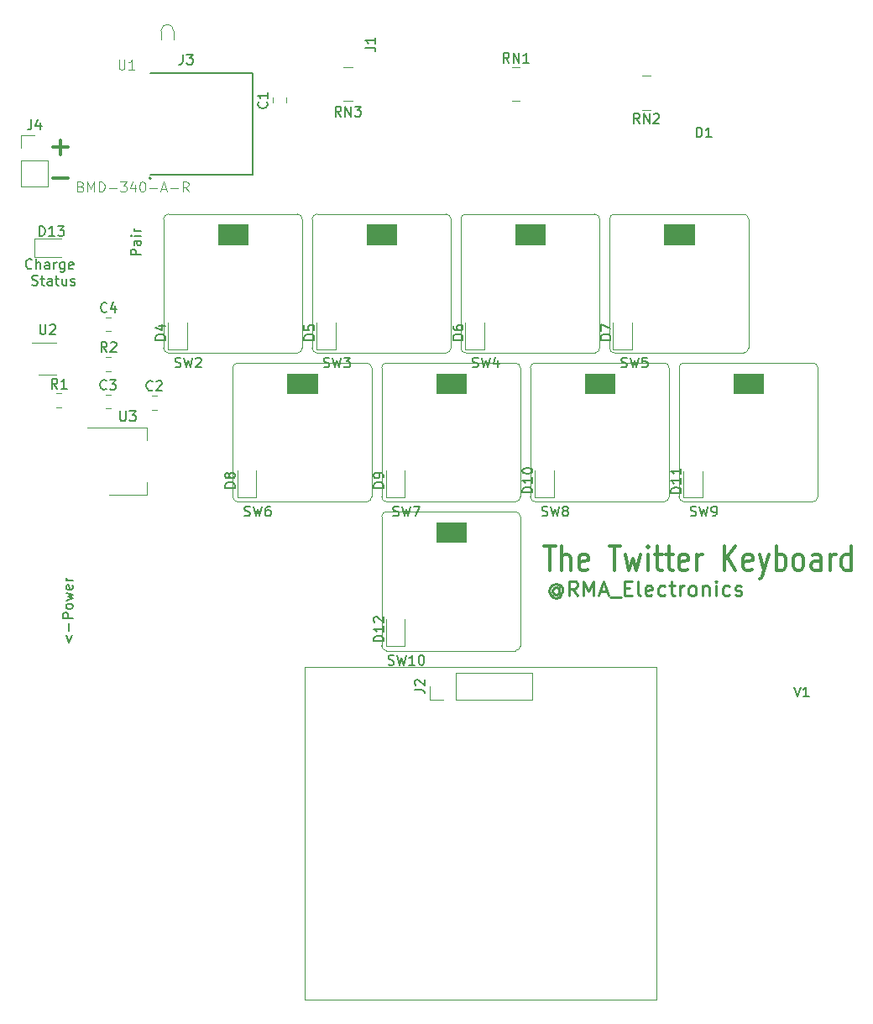
<source format=gbr>
G04 #@! TF.GenerationSoftware,KiCad,Pcbnew,5.1.5*
G04 #@! TF.CreationDate,2020-06-22T22:24:33-05:00*
G04 #@! TF.ProjectId,TwitterKeyboard,54776974-7465-4724-9b65-79626f617264,rev?*
G04 #@! TF.SameCoordinates,Original*
G04 #@! TF.FileFunction,Legend,Top*
G04 #@! TF.FilePolarity,Positive*
%FSLAX46Y46*%
G04 Gerber Fmt 4.6, Leading zero omitted, Abs format (unit mm)*
G04 Created by KiCad (PCBNEW 5.1.5) date 2020-06-22 22:24:33*
%MOMM*%
%LPD*%
G04 APERTURE LIST*
%ADD10C,0.150000*%
%ADD11C,0.300000*%
%ADD12C,0.250000*%
%ADD13C,0.120000*%
%ADD14C,0.050000*%
%ADD15C,0.100000*%
%ADD16C,0.127000*%
%ADD17C,0.200000*%
G04 APERTURE END LIST*
D10*
X89033333Y-65332142D02*
X88985714Y-65379761D01*
X88842857Y-65427380D01*
X88747619Y-65427380D01*
X88604761Y-65379761D01*
X88509523Y-65284523D01*
X88461904Y-65189285D01*
X88414285Y-64998809D01*
X88414285Y-64855952D01*
X88461904Y-64665476D01*
X88509523Y-64570238D01*
X88604761Y-64475000D01*
X88747619Y-64427380D01*
X88842857Y-64427380D01*
X88985714Y-64475000D01*
X89033333Y-64522619D01*
X89461904Y-65427380D02*
X89461904Y-64427380D01*
X89890476Y-65427380D02*
X89890476Y-64903571D01*
X89842857Y-64808333D01*
X89747619Y-64760714D01*
X89604761Y-64760714D01*
X89509523Y-64808333D01*
X89461904Y-64855952D01*
X90795238Y-65427380D02*
X90795238Y-64903571D01*
X90747619Y-64808333D01*
X90652380Y-64760714D01*
X90461904Y-64760714D01*
X90366666Y-64808333D01*
X90795238Y-65379761D02*
X90700000Y-65427380D01*
X90461904Y-65427380D01*
X90366666Y-65379761D01*
X90319047Y-65284523D01*
X90319047Y-65189285D01*
X90366666Y-65094047D01*
X90461904Y-65046428D01*
X90700000Y-65046428D01*
X90795238Y-64998809D01*
X91271428Y-65427380D02*
X91271428Y-64760714D01*
X91271428Y-64951190D02*
X91319047Y-64855952D01*
X91366666Y-64808333D01*
X91461904Y-64760714D01*
X91557142Y-64760714D01*
X92319047Y-64760714D02*
X92319047Y-65570238D01*
X92271428Y-65665476D01*
X92223809Y-65713095D01*
X92128571Y-65760714D01*
X91985714Y-65760714D01*
X91890476Y-65713095D01*
X92319047Y-65379761D02*
X92223809Y-65427380D01*
X92033333Y-65427380D01*
X91938095Y-65379761D01*
X91890476Y-65332142D01*
X91842857Y-65236904D01*
X91842857Y-64951190D01*
X91890476Y-64855952D01*
X91938095Y-64808333D01*
X92033333Y-64760714D01*
X92223809Y-64760714D01*
X92319047Y-64808333D01*
X93176190Y-65379761D02*
X93080952Y-65427380D01*
X92890476Y-65427380D01*
X92795238Y-65379761D01*
X92747619Y-65284523D01*
X92747619Y-64903571D01*
X92795238Y-64808333D01*
X92890476Y-64760714D01*
X93080952Y-64760714D01*
X93176190Y-64808333D01*
X93223809Y-64903571D01*
X93223809Y-64998809D01*
X92747619Y-65094047D01*
X89033333Y-67029761D02*
X89176190Y-67077380D01*
X89414285Y-67077380D01*
X89509523Y-67029761D01*
X89557142Y-66982142D01*
X89604761Y-66886904D01*
X89604761Y-66791666D01*
X89557142Y-66696428D01*
X89509523Y-66648809D01*
X89414285Y-66601190D01*
X89223809Y-66553571D01*
X89128571Y-66505952D01*
X89080952Y-66458333D01*
X89033333Y-66363095D01*
X89033333Y-66267857D01*
X89080952Y-66172619D01*
X89128571Y-66125000D01*
X89223809Y-66077380D01*
X89461904Y-66077380D01*
X89604761Y-66125000D01*
X89890476Y-66410714D02*
X90271428Y-66410714D01*
X90033333Y-66077380D02*
X90033333Y-66934523D01*
X90080952Y-67029761D01*
X90176190Y-67077380D01*
X90271428Y-67077380D01*
X91033333Y-67077380D02*
X91033333Y-66553571D01*
X90985714Y-66458333D01*
X90890476Y-66410714D01*
X90700000Y-66410714D01*
X90604761Y-66458333D01*
X91033333Y-67029761D02*
X90938095Y-67077380D01*
X90700000Y-67077380D01*
X90604761Y-67029761D01*
X90557142Y-66934523D01*
X90557142Y-66839285D01*
X90604761Y-66744047D01*
X90700000Y-66696428D01*
X90938095Y-66696428D01*
X91033333Y-66648809D01*
X91366666Y-66410714D02*
X91747619Y-66410714D01*
X91509523Y-66077380D02*
X91509523Y-66934523D01*
X91557142Y-67029761D01*
X91652380Y-67077380D01*
X91747619Y-67077380D01*
X92509523Y-66410714D02*
X92509523Y-67077380D01*
X92080952Y-66410714D02*
X92080952Y-66934523D01*
X92128571Y-67029761D01*
X92223809Y-67077380D01*
X92366666Y-67077380D01*
X92461904Y-67029761D01*
X92509523Y-66982142D01*
X92938095Y-67029761D02*
X93033333Y-67077380D01*
X93223809Y-67077380D01*
X93319047Y-67029761D01*
X93366666Y-66934523D01*
X93366666Y-66886904D01*
X93319047Y-66791666D01*
X93223809Y-66744047D01*
X93080952Y-66744047D01*
X92985714Y-66696428D01*
X92938095Y-66601190D01*
X92938095Y-66553571D01*
X92985714Y-66458333D01*
X93080952Y-66410714D01*
X93223809Y-66410714D01*
X93319047Y-66458333D01*
D11*
X91138095Y-53160714D02*
X92661904Y-53160714D01*
X91900000Y-53884523D02*
X91900000Y-52436904D01*
X91138095Y-56310714D02*
X92661904Y-56310714D01*
D10*
X165890476Y-107552380D02*
X166223809Y-108552380D01*
X166557142Y-107552380D01*
X167414285Y-108552380D02*
X166842857Y-108552380D01*
X167128571Y-108552380D02*
X167128571Y-107552380D01*
X167033333Y-107695238D01*
X166938095Y-107790476D01*
X166842857Y-107838095D01*
D12*
X142185714Y-97664285D02*
X142114285Y-97592857D01*
X141971428Y-97521428D01*
X141828571Y-97521428D01*
X141685714Y-97592857D01*
X141614285Y-97664285D01*
X141542857Y-97807142D01*
X141542857Y-97950000D01*
X141614285Y-98092857D01*
X141685714Y-98164285D01*
X141828571Y-98235714D01*
X141971428Y-98235714D01*
X142114285Y-98164285D01*
X142185714Y-98092857D01*
X142185714Y-97521428D02*
X142185714Y-98092857D01*
X142257142Y-98164285D01*
X142328571Y-98164285D01*
X142471428Y-98092857D01*
X142542857Y-97950000D01*
X142542857Y-97592857D01*
X142400000Y-97378571D01*
X142185714Y-97235714D01*
X141900000Y-97164285D01*
X141614285Y-97235714D01*
X141400000Y-97378571D01*
X141257142Y-97592857D01*
X141185714Y-97878571D01*
X141257142Y-98164285D01*
X141400000Y-98378571D01*
X141614285Y-98521428D01*
X141900000Y-98592857D01*
X142185714Y-98521428D01*
X142400000Y-98378571D01*
X144042857Y-98378571D02*
X143542857Y-97664285D01*
X143185714Y-98378571D02*
X143185714Y-96878571D01*
X143757142Y-96878571D01*
X143900000Y-96950000D01*
X143971428Y-97021428D01*
X144042857Y-97164285D01*
X144042857Y-97378571D01*
X143971428Y-97521428D01*
X143900000Y-97592857D01*
X143757142Y-97664285D01*
X143185714Y-97664285D01*
X144685714Y-98378571D02*
X144685714Y-96878571D01*
X145185714Y-97950000D01*
X145685714Y-96878571D01*
X145685714Y-98378571D01*
X146328571Y-97950000D02*
X147042857Y-97950000D01*
X146185714Y-98378571D02*
X146685714Y-96878571D01*
X147185714Y-98378571D01*
X147328571Y-98521428D02*
X148471428Y-98521428D01*
X148828571Y-97592857D02*
X149328571Y-97592857D01*
X149542857Y-98378571D02*
X148828571Y-98378571D01*
X148828571Y-96878571D01*
X149542857Y-96878571D01*
X150400000Y-98378571D02*
X150257142Y-98307142D01*
X150185714Y-98164285D01*
X150185714Y-96878571D01*
X151542857Y-98307142D02*
X151400000Y-98378571D01*
X151114285Y-98378571D01*
X150971428Y-98307142D01*
X150900000Y-98164285D01*
X150900000Y-97592857D01*
X150971428Y-97450000D01*
X151114285Y-97378571D01*
X151400000Y-97378571D01*
X151542857Y-97450000D01*
X151614285Y-97592857D01*
X151614285Y-97735714D01*
X150900000Y-97878571D01*
X152900000Y-98307142D02*
X152757142Y-98378571D01*
X152471428Y-98378571D01*
X152328571Y-98307142D01*
X152257142Y-98235714D01*
X152185714Y-98092857D01*
X152185714Y-97664285D01*
X152257142Y-97521428D01*
X152328571Y-97450000D01*
X152471428Y-97378571D01*
X152757142Y-97378571D01*
X152900000Y-97450000D01*
X153328571Y-97378571D02*
X153900000Y-97378571D01*
X153542857Y-96878571D02*
X153542857Y-98164285D01*
X153614285Y-98307142D01*
X153757142Y-98378571D01*
X153900000Y-98378571D01*
X154400000Y-98378571D02*
X154400000Y-97378571D01*
X154400000Y-97664285D02*
X154471428Y-97521428D01*
X154542857Y-97450000D01*
X154685714Y-97378571D01*
X154828571Y-97378571D01*
X155542857Y-98378571D02*
X155400000Y-98307142D01*
X155328571Y-98235714D01*
X155257142Y-98092857D01*
X155257142Y-97664285D01*
X155328571Y-97521428D01*
X155400000Y-97450000D01*
X155542857Y-97378571D01*
X155757142Y-97378571D01*
X155900000Y-97450000D01*
X155971428Y-97521428D01*
X156042857Y-97664285D01*
X156042857Y-98092857D01*
X155971428Y-98235714D01*
X155900000Y-98307142D01*
X155757142Y-98378571D01*
X155542857Y-98378571D01*
X156685714Y-97378571D02*
X156685714Y-98378571D01*
X156685714Y-97521428D02*
X156757142Y-97450000D01*
X156900000Y-97378571D01*
X157114285Y-97378571D01*
X157257142Y-97450000D01*
X157328571Y-97592857D01*
X157328571Y-98378571D01*
X158042857Y-98378571D02*
X158042857Y-97378571D01*
X158042857Y-96878571D02*
X157971428Y-96950000D01*
X158042857Y-97021428D01*
X158114285Y-96950000D01*
X158042857Y-96878571D01*
X158042857Y-97021428D01*
X159400000Y-98307142D02*
X159257142Y-98378571D01*
X158971428Y-98378571D01*
X158828571Y-98307142D01*
X158757142Y-98235714D01*
X158685714Y-98092857D01*
X158685714Y-97664285D01*
X158757142Y-97521428D01*
X158828571Y-97450000D01*
X158971428Y-97378571D01*
X159257142Y-97378571D01*
X159400000Y-97450000D01*
X159971428Y-98307142D02*
X160114285Y-98378571D01*
X160400000Y-98378571D01*
X160542857Y-98307142D01*
X160614285Y-98164285D01*
X160614285Y-98092857D01*
X160542857Y-97950000D01*
X160400000Y-97878571D01*
X160185714Y-97878571D01*
X160042857Y-97807142D01*
X159971428Y-97664285D01*
X159971428Y-97592857D01*
X160042857Y-97450000D01*
X160185714Y-97378571D01*
X160400000Y-97378571D01*
X160542857Y-97450000D01*
D11*
X140680952Y-93330952D02*
X141823809Y-93330952D01*
X141252380Y-95830952D02*
X141252380Y-93330952D01*
X142490476Y-95830952D02*
X142490476Y-93330952D01*
X143347619Y-95830952D02*
X143347619Y-94521428D01*
X143252380Y-94283333D01*
X143061904Y-94164285D01*
X142776190Y-94164285D01*
X142585714Y-94283333D01*
X142490476Y-94402380D01*
X145061904Y-95711904D02*
X144871428Y-95830952D01*
X144490476Y-95830952D01*
X144300000Y-95711904D01*
X144204761Y-95473809D01*
X144204761Y-94521428D01*
X144300000Y-94283333D01*
X144490476Y-94164285D01*
X144871428Y-94164285D01*
X145061904Y-94283333D01*
X145157142Y-94521428D01*
X145157142Y-94759523D01*
X144204761Y-94997619D01*
X147252380Y-93330952D02*
X148395238Y-93330952D01*
X147823809Y-95830952D02*
X147823809Y-93330952D01*
X148871428Y-94164285D02*
X149252380Y-95830952D01*
X149633333Y-94640476D01*
X150014285Y-95830952D01*
X150395238Y-94164285D01*
X151157142Y-95830952D02*
X151157142Y-94164285D01*
X151157142Y-93330952D02*
X151061904Y-93450000D01*
X151157142Y-93569047D01*
X151252380Y-93450000D01*
X151157142Y-93330952D01*
X151157142Y-93569047D01*
X151823809Y-94164285D02*
X152585714Y-94164285D01*
X152109523Y-93330952D02*
X152109523Y-95473809D01*
X152204761Y-95711904D01*
X152395238Y-95830952D01*
X152585714Y-95830952D01*
X152966666Y-94164285D02*
X153728571Y-94164285D01*
X153252380Y-93330952D02*
X153252380Y-95473809D01*
X153347619Y-95711904D01*
X153538095Y-95830952D01*
X153728571Y-95830952D01*
X155157142Y-95711904D02*
X154966666Y-95830952D01*
X154585714Y-95830952D01*
X154395238Y-95711904D01*
X154300000Y-95473809D01*
X154300000Y-94521428D01*
X154395238Y-94283333D01*
X154585714Y-94164285D01*
X154966666Y-94164285D01*
X155157142Y-94283333D01*
X155252380Y-94521428D01*
X155252380Y-94759523D01*
X154300000Y-94997619D01*
X156109523Y-95830952D02*
X156109523Y-94164285D01*
X156109523Y-94640476D02*
X156204761Y-94402380D01*
X156300000Y-94283333D01*
X156490476Y-94164285D01*
X156680952Y-94164285D01*
X158871428Y-95830952D02*
X158871428Y-93330952D01*
X160014285Y-95830952D02*
X159157142Y-94402380D01*
X160014285Y-93330952D02*
X158871428Y-94759523D01*
X161633333Y-95711904D02*
X161442857Y-95830952D01*
X161061904Y-95830952D01*
X160871428Y-95711904D01*
X160776190Y-95473809D01*
X160776190Y-94521428D01*
X160871428Y-94283333D01*
X161061904Y-94164285D01*
X161442857Y-94164285D01*
X161633333Y-94283333D01*
X161728571Y-94521428D01*
X161728571Y-94759523D01*
X160776190Y-94997619D01*
X162395238Y-94164285D02*
X162871428Y-95830952D01*
X163347619Y-94164285D02*
X162871428Y-95830952D01*
X162680952Y-96426190D01*
X162585714Y-96545238D01*
X162395238Y-96664285D01*
X164109523Y-95830952D02*
X164109523Y-93330952D01*
X164109523Y-94283333D02*
X164300000Y-94164285D01*
X164680952Y-94164285D01*
X164871428Y-94283333D01*
X164966666Y-94402380D01*
X165061904Y-94640476D01*
X165061904Y-95354761D01*
X164966666Y-95592857D01*
X164871428Y-95711904D01*
X164680952Y-95830952D01*
X164300000Y-95830952D01*
X164109523Y-95711904D01*
X166204761Y-95830952D02*
X166014285Y-95711904D01*
X165919047Y-95592857D01*
X165823809Y-95354761D01*
X165823809Y-94640476D01*
X165919047Y-94402380D01*
X166014285Y-94283333D01*
X166204761Y-94164285D01*
X166490476Y-94164285D01*
X166680952Y-94283333D01*
X166776190Y-94402380D01*
X166871428Y-94640476D01*
X166871428Y-95354761D01*
X166776190Y-95592857D01*
X166680952Y-95711904D01*
X166490476Y-95830952D01*
X166204761Y-95830952D01*
X168585714Y-95830952D02*
X168585714Y-94521428D01*
X168490476Y-94283333D01*
X168300000Y-94164285D01*
X167919047Y-94164285D01*
X167728571Y-94283333D01*
X168585714Y-95711904D02*
X168395238Y-95830952D01*
X167919047Y-95830952D01*
X167728571Y-95711904D01*
X167633333Y-95473809D01*
X167633333Y-95235714D01*
X167728571Y-94997619D01*
X167919047Y-94878571D01*
X168395238Y-94878571D01*
X168585714Y-94759523D01*
X169538095Y-95830952D02*
X169538095Y-94164285D01*
X169538095Y-94640476D02*
X169633333Y-94402380D01*
X169728571Y-94283333D01*
X169919047Y-94164285D01*
X170109523Y-94164285D01*
X171633333Y-95830952D02*
X171633333Y-93330952D01*
X171633333Y-95711904D02*
X171442857Y-95830952D01*
X171061904Y-95830952D01*
X170871428Y-95711904D01*
X170776190Y-95592857D01*
X170680952Y-95354761D01*
X170680952Y-94640476D01*
X170776190Y-94402380D01*
X170871428Y-94283333D01*
X171061904Y-94164285D01*
X171442857Y-94164285D01*
X171633333Y-94283333D01*
D13*
X114710000Y-48696078D02*
X114710000Y-48178922D01*
X113290000Y-48696078D02*
X113290000Y-48178922D01*
X101103922Y-78190000D02*
X101621078Y-78190000D01*
X101103922Y-79610000D02*
X101621078Y-79610000D01*
X96441422Y-78090000D02*
X96958578Y-78090000D01*
X96441422Y-79510000D02*
X96958578Y-79510000D01*
X96503922Y-71710000D02*
X97021078Y-71710000D01*
X96503922Y-70290000D02*
X97021078Y-70290000D01*
X102740000Y-70837500D02*
X102740000Y-73522500D01*
X102740000Y-73522500D02*
X104660000Y-73522500D01*
X104660000Y-73522500D02*
X104660000Y-70837500D01*
X119660000Y-73522500D02*
X119660000Y-70837500D01*
X117740000Y-73522500D02*
X119660000Y-73522500D01*
X117740000Y-70837500D02*
X117740000Y-73522500D01*
X132740000Y-70837500D02*
X132740000Y-73522500D01*
X132740000Y-73522500D02*
X134660000Y-73522500D01*
X134660000Y-73522500D02*
X134660000Y-70837500D01*
X149560000Y-73522500D02*
X149560000Y-70837500D01*
X147640000Y-73522500D02*
X149560000Y-73522500D01*
X147640000Y-70837500D02*
X147640000Y-73522500D01*
X109740000Y-85737500D02*
X109740000Y-88422500D01*
X109740000Y-88422500D02*
X111660000Y-88422500D01*
X111660000Y-88422500D02*
X111660000Y-85737500D01*
X124740000Y-85737500D02*
X124740000Y-88422500D01*
X124740000Y-88422500D02*
X126660000Y-88422500D01*
X126660000Y-88422500D02*
X126660000Y-85737500D01*
X139740000Y-85762500D02*
X139740000Y-88447500D01*
X139740000Y-88447500D02*
X141660000Y-88447500D01*
X141660000Y-88447500D02*
X141660000Y-85762500D01*
X156660000Y-88485000D02*
X156660000Y-85800000D01*
X154740000Y-88485000D02*
X156660000Y-88485000D01*
X154740000Y-85800000D02*
X154740000Y-88485000D01*
X126660000Y-103422500D02*
X126660000Y-100737500D01*
X124740000Y-103422500D02*
X126660000Y-103422500D01*
X124740000Y-100737500D02*
X124740000Y-103422500D01*
X92000000Y-62340000D02*
X89315000Y-62340000D01*
X89315000Y-62340000D02*
X89315000Y-64260000D01*
X89315000Y-64260000D02*
X92000000Y-64260000D01*
X139470000Y-108830000D02*
X139470000Y-106170000D01*
X131790000Y-108830000D02*
X139470000Y-108830000D01*
X131790000Y-106170000D02*
X139470000Y-106170000D01*
X131790000Y-108830000D02*
X131790000Y-106170000D01*
X130520000Y-108830000D02*
X129190000Y-108830000D01*
X129190000Y-108830000D02*
X129190000Y-107500000D01*
D14*
X116520000Y-105550000D02*
X152020000Y-105550000D01*
X152020000Y-105550000D02*
X152020000Y-139050000D01*
X116520000Y-105550000D02*
X116520000Y-139050000D01*
X116520000Y-139050000D02*
X152020000Y-139050000D01*
D13*
X87970000Y-51930000D02*
X89300000Y-51930000D01*
X87970000Y-53260000D02*
X87970000Y-51930000D01*
X87970000Y-54530000D02*
X90630000Y-54530000D01*
X90630000Y-54530000D02*
X90630000Y-57130000D01*
X87970000Y-54530000D02*
X87970000Y-57130000D01*
X87970000Y-57130000D02*
X90630000Y-57130000D01*
X91503922Y-77990000D02*
X92021078Y-77990000D01*
X91503922Y-79410000D02*
X92021078Y-79410000D01*
X96503922Y-75710000D02*
X97021078Y-75710000D01*
X96503922Y-74290000D02*
X97021078Y-74290000D01*
X138250000Y-45080000D02*
X137450000Y-45080000D01*
X138250000Y-48520000D02*
X137450000Y-48520000D01*
X150600000Y-45980000D02*
X151400000Y-45980000D01*
X150600000Y-49420000D02*
X151400000Y-49420000D01*
X120400000Y-45120000D02*
X121400000Y-45120000D01*
X120400000Y-48480000D02*
X121400000Y-48480000D01*
X115800000Y-59900000D02*
G75*
G02X116300000Y-60400000I0J-500000D01*
G01*
X116300000Y-73400000D02*
G75*
G02X115800000Y-73900000I-500000J0D01*
G01*
X102800000Y-73900000D02*
G75*
G02X102300000Y-73400000I0J500000D01*
G01*
X102300000Y-60400000D02*
G75*
G02X102800000Y-59900000I500000J0D01*
G01*
X102300000Y-73400000D02*
X102300000Y-60400000D01*
X116300000Y-60400000D02*
X116300000Y-73400000D01*
X102800000Y-73900000D02*
X115800000Y-73900000D01*
X102800000Y-59900000D02*
X115800000Y-59900000D01*
D15*
G36*
X110800000Y-62970000D02*
G01*
X107800000Y-62970000D01*
X107800000Y-60970000D01*
X110800000Y-60970000D01*
X110800000Y-62970000D01*
G37*
X110800000Y-62970000D02*
X107800000Y-62970000D01*
X107800000Y-60970000D01*
X110800000Y-60970000D01*
X110800000Y-62970000D01*
G36*
X125800000Y-62970000D02*
G01*
X122800000Y-62970000D01*
X122800000Y-60970000D01*
X125800000Y-60970000D01*
X125800000Y-62970000D01*
G37*
X125800000Y-62970000D02*
X122800000Y-62970000D01*
X122800000Y-60970000D01*
X125800000Y-60970000D01*
X125800000Y-62970000D01*
D13*
X117800000Y-59900000D02*
X130800000Y-59900000D01*
X117800000Y-73900000D02*
X130800000Y-73900000D01*
X131300000Y-60400000D02*
X131300000Y-73400000D01*
X117300000Y-73400000D02*
X117300000Y-60400000D01*
X117300000Y-60400000D02*
G75*
G02X117800000Y-59900000I500000J0D01*
G01*
X117800000Y-73900000D02*
G75*
G02X117300000Y-73400000I0J500000D01*
G01*
X131300000Y-73400000D02*
G75*
G02X130800000Y-73900000I-500000J0D01*
G01*
X130800000Y-59900000D02*
G75*
G02X131300000Y-60400000I0J-500000D01*
G01*
D15*
G36*
X140800000Y-62970000D02*
G01*
X137800000Y-62970000D01*
X137800000Y-60970000D01*
X140800000Y-60970000D01*
X140800000Y-62970000D01*
G37*
X140800000Y-62970000D02*
X137800000Y-62970000D01*
X137800000Y-60970000D01*
X140800000Y-60970000D01*
X140800000Y-62970000D01*
D13*
X132800000Y-59900000D02*
X145800000Y-59900000D01*
X132800000Y-73900000D02*
X145800000Y-73900000D01*
X146300000Y-60400000D02*
X146300000Y-73400000D01*
X132300000Y-73400000D02*
X132300000Y-60400000D01*
X132300000Y-60400000D02*
G75*
G02X132800000Y-59900000I500000J0D01*
G01*
X132800000Y-73900000D02*
G75*
G02X132300000Y-73400000I0J500000D01*
G01*
X146300000Y-73400000D02*
G75*
G02X145800000Y-73900000I-500000J0D01*
G01*
X145800000Y-59900000D02*
G75*
G02X146300000Y-60400000I0J-500000D01*
G01*
X160800000Y-59900000D02*
G75*
G02X161300000Y-60400000I0J-500000D01*
G01*
X161300000Y-73400000D02*
G75*
G02X160800000Y-73900000I-500000J0D01*
G01*
X147800000Y-73900000D02*
G75*
G02X147300000Y-73400000I0J500000D01*
G01*
X147300000Y-60400000D02*
G75*
G02X147800000Y-59900000I500000J0D01*
G01*
X147300000Y-73400000D02*
X147300000Y-60400000D01*
X161300000Y-60400000D02*
X161300000Y-73400000D01*
X147800000Y-73900000D02*
X160800000Y-73900000D01*
X147800000Y-59900000D02*
X160800000Y-59900000D01*
D15*
G36*
X155800000Y-62970000D02*
G01*
X152800000Y-62970000D01*
X152800000Y-60970000D01*
X155800000Y-60970000D01*
X155800000Y-62970000D01*
G37*
X155800000Y-62970000D02*
X152800000Y-62970000D01*
X152800000Y-60970000D01*
X155800000Y-60970000D01*
X155800000Y-62970000D01*
D13*
X122800000Y-74900000D02*
G75*
G02X123300000Y-75400000I0J-500000D01*
G01*
X123300000Y-88400000D02*
G75*
G02X122800000Y-88900000I-500000J0D01*
G01*
X109800000Y-88900000D02*
G75*
G02X109300000Y-88400000I0J500000D01*
G01*
X109300000Y-75400000D02*
G75*
G02X109800000Y-74900000I500000J0D01*
G01*
X109300000Y-88400000D02*
X109300000Y-75400000D01*
X123300000Y-75400000D02*
X123300000Y-88400000D01*
X109800000Y-88900000D02*
X122800000Y-88900000D01*
X109800000Y-74900000D02*
X122800000Y-74900000D01*
D15*
G36*
X117800000Y-77970000D02*
G01*
X114800000Y-77970000D01*
X114800000Y-75970000D01*
X117800000Y-75970000D01*
X117800000Y-77970000D01*
G37*
X117800000Y-77970000D02*
X114800000Y-77970000D01*
X114800000Y-75970000D01*
X117800000Y-75970000D01*
X117800000Y-77970000D01*
G36*
X132800000Y-77970000D02*
G01*
X129800000Y-77970000D01*
X129800000Y-75970000D01*
X132800000Y-75970000D01*
X132800000Y-77970000D01*
G37*
X132800000Y-77970000D02*
X129800000Y-77970000D01*
X129800000Y-75970000D01*
X132800000Y-75970000D01*
X132800000Y-77970000D01*
D13*
X124800000Y-74900000D02*
X137800000Y-74900000D01*
X124800000Y-88900000D02*
X137800000Y-88900000D01*
X138300000Y-75400000D02*
X138300000Y-88400000D01*
X124300000Y-88400000D02*
X124300000Y-75400000D01*
X124300000Y-75400000D02*
G75*
G02X124800000Y-74900000I500000J0D01*
G01*
X124800000Y-88900000D02*
G75*
G02X124300000Y-88400000I0J500000D01*
G01*
X138300000Y-88400000D02*
G75*
G02X137800000Y-88900000I-500000J0D01*
G01*
X137800000Y-74900000D02*
G75*
G02X138300000Y-75400000I0J-500000D01*
G01*
X152800000Y-74900000D02*
G75*
G02X153300000Y-75400000I0J-500000D01*
G01*
X153300000Y-88400000D02*
G75*
G02X152800000Y-88900000I-500000J0D01*
G01*
X139800000Y-88900000D02*
G75*
G02X139300000Y-88400000I0J500000D01*
G01*
X139300000Y-75400000D02*
G75*
G02X139800000Y-74900000I500000J0D01*
G01*
X139300000Y-88400000D02*
X139300000Y-75400000D01*
X153300000Y-75400000D02*
X153300000Y-88400000D01*
X139800000Y-88900000D02*
X152800000Y-88900000D01*
X139800000Y-74900000D02*
X152800000Y-74900000D01*
D15*
G36*
X147800000Y-77970000D02*
G01*
X144800000Y-77970000D01*
X144800000Y-75970000D01*
X147800000Y-75970000D01*
X147800000Y-77970000D01*
G37*
X147800000Y-77970000D02*
X144800000Y-77970000D01*
X144800000Y-75970000D01*
X147800000Y-75970000D01*
X147800000Y-77970000D01*
G36*
X162800000Y-77970000D02*
G01*
X159800000Y-77970000D01*
X159800000Y-75970000D01*
X162800000Y-75970000D01*
X162800000Y-77970000D01*
G37*
X162800000Y-77970000D02*
X159800000Y-77970000D01*
X159800000Y-75970000D01*
X162800000Y-75970000D01*
X162800000Y-77970000D01*
D13*
X154800000Y-74900000D02*
X167800000Y-74900000D01*
X154800000Y-88900000D02*
X167800000Y-88900000D01*
X168300000Y-75400000D02*
X168300000Y-88400000D01*
X154300000Y-88400000D02*
X154300000Y-75400000D01*
X154300000Y-75400000D02*
G75*
G02X154800000Y-74900000I500000J0D01*
G01*
X154800000Y-88900000D02*
G75*
G02X154300000Y-88400000I0J500000D01*
G01*
X168300000Y-88400000D02*
G75*
G02X167800000Y-88900000I-500000J0D01*
G01*
X167800000Y-74900000D02*
G75*
G02X168300000Y-75400000I0J-500000D01*
G01*
D15*
G36*
X132800000Y-92970000D02*
G01*
X129800000Y-92970000D01*
X129800000Y-90970000D01*
X132800000Y-90970000D01*
X132800000Y-92970000D01*
G37*
X132800000Y-92970000D02*
X129800000Y-92970000D01*
X129800000Y-90970000D01*
X132800000Y-90970000D01*
X132800000Y-92970000D01*
D13*
X124800000Y-89900000D02*
X137800000Y-89900000D01*
X124800000Y-103900000D02*
X137800000Y-103900000D01*
X138300000Y-90400000D02*
X138300000Y-103400000D01*
X124300000Y-103400000D02*
X124300000Y-90400000D01*
X124300000Y-90400000D02*
G75*
G02X124800000Y-89900000I500000J0D01*
G01*
X124800000Y-103900000D02*
G75*
G02X124300000Y-103400000I0J500000D01*
G01*
X138300000Y-103400000D02*
G75*
G02X137800000Y-103900000I-500000J0D01*
G01*
X137800000Y-89900000D02*
G75*
G02X138300000Y-90400000I0J-500000D01*
G01*
D16*
X111300000Y-45700000D02*
X111300000Y-55900000D01*
X111300000Y-45700000D02*
X101000000Y-45700000D01*
X101000000Y-55900000D02*
X111300000Y-55900000D01*
D17*
X101050000Y-56300000D02*
G75*
G03X101050000Y-56300000I-100000J0D01*
G01*
D13*
X89700000Y-76060000D02*
X91500000Y-76060000D01*
X91500000Y-72840000D02*
X89050000Y-72840000D01*
X100610000Y-88210000D02*
X100610000Y-86950000D01*
X100610000Y-81390000D02*
X100610000Y-82650000D01*
X96850000Y-88210000D02*
X100610000Y-88210000D01*
X94600000Y-81390000D02*
X100610000Y-81390000D01*
D15*
X103330000Y-41431000D02*
X103330000Y-42320000D01*
X102060000Y-41431000D02*
X102060000Y-42320000D01*
X103330000Y-41431000D02*
G75*
G03X102060000Y-41431000I-635000J0D01*
G01*
D10*
X112707142Y-48604166D02*
X112754761Y-48651785D01*
X112802380Y-48794642D01*
X112802380Y-48889880D01*
X112754761Y-49032738D01*
X112659523Y-49127976D01*
X112564285Y-49175595D01*
X112373809Y-49223214D01*
X112230952Y-49223214D01*
X112040476Y-49175595D01*
X111945238Y-49127976D01*
X111850000Y-49032738D01*
X111802380Y-48889880D01*
X111802380Y-48794642D01*
X111850000Y-48651785D01*
X111897619Y-48604166D01*
X112802380Y-47651785D02*
X112802380Y-48223214D01*
X112802380Y-47937500D02*
X111802380Y-47937500D01*
X111945238Y-48032738D01*
X112040476Y-48127976D01*
X112088095Y-48223214D01*
X101195833Y-77607142D02*
X101148214Y-77654761D01*
X101005357Y-77702380D01*
X100910119Y-77702380D01*
X100767261Y-77654761D01*
X100672023Y-77559523D01*
X100624404Y-77464285D01*
X100576785Y-77273809D01*
X100576785Y-77130952D01*
X100624404Y-76940476D01*
X100672023Y-76845238D01*
X100767261Y-76750000D01*
X100910119Y-76702380D01*
X101005357Y-76702380D01*
X101148214Y-76750000D01*
X101195833Y-76797619D01*
X101576785Y-76797619D02*
X101624404Y-76750000D01*
X101719642Y-76702380D01*
X101957738Y-76702380D01*
X102052976Y-76750000D01*
X102100595Y-76797619D01*
X102148214Y-76892857D01*
X102148214Y-76988095D01*
X102100595Y-77130952D01*
X101529166Y-77702380D01*
X102148214Y-77702380D01*
X96533333Y-77507142D02*
X96485714Y-77554761D01*
X96342857Y-77602380D01*
X96247619Y-77602380D01*
X96104761Y-77554761D01*
X96009523Y-77459523D01*
X95961904Y-77364285D01*
X95914285Y-77173809D01*
X95914285Y-77030952D01*
X95961904Y-76840476D01*
X96009523Y-76745238D01*
X96104761Y-76650000D01*
X96247619Y-76602380D01*
X96342857Y-76602380D01*
X96485714Y-76650000D01*
X96533333Y-76697619D01*
X96866666Y-76602380D02*
X97485714Y-76602380D01*
X97152380Y-76983333D01*
X97295238Y-76983333D01*
X97390476Y-77030952D01*
X97438095Y-77078571D01*
X97485714Y-77173809D01*
X97485714Y-77411904D01*
X97438095Y-77507142D01*
X97390476Y-77554761D01*
X97295238Y-77602380D01*
X97009523Y-77602380D01*
X96914285Y-77554761D01*
X96866666Y-77507142D01*
X96595833Y-69707142D02*
X96548214Y-69754761D01*
X96405357Y-69802380D01*
X96310119Y-69802380D01*
X96167261Y-69754761D01*
X96072023Y-69659523D01*
X96024404Y-69564285D01*
X95976785Y-69373809D01*
X95976785Y-69230952D01*
X96024404Y-69040476D01*
X96072023Y-68945238D01*
X96167261Y-68850000D01*
X96310119Y-68802380D01*
X96405357Y-68802380D01*
X96548214Y-68850000D01*
X96595833Y-68897619D01*
X97452976Y-69135714D02*
X97452976Y-69802380D01*
X97214880Y-68754761D02*
X96976785Y-69469047D01*
X97595833Y-69469047D01*
X156061904Y-52152380D02*
X156061904Y-51152380D01*
X156300000Y-51152380D01*
X156442857Y-51200000D01*
X156538095Y-51295238D01*
X156585714Y-51390476D01*
X156633333Y-51580952D01*
X156633333Y-51723809D01*
X156585714Y-51914285D01*
X156538095Y-52009523D01*
X156442857Y-52104761D01*
X156300000Y-52152380D01*
X156061904Y-52152380D01*
X157585714Y-52152380D02*
X157014285Y-52152380D01*
X157300000Y-52152380D02*
X157300000Y-51152380D01*
X157204761Y-51295238D01*
X157109523Y-51390476D01*
X157014285Y-51438095D01*
X102502380Y-72575595D02*
X101502380Y-72575595D01*
X101502380Y-72337500D01*
X101550000Y-72194642D01*
X101645238Y-72099404D01*
X101740476Y-72051785D01*
X101930952Y-72004166D01*
X102073809Y-72004166D01*
X102264285Y-72051785D01*
X102359523Y-72099404D01*
X102454761Y-72194642D01*
X102502380Y-72337500D01*
X102502380Y-72575595D01*
X101835714Y-71147023D02*
X102502380Y-71147023D01*
X101454761Y-71385119D02*
X102169047Y-71623214D01*
X102169047Y-71004166D01*
X117502380Y-72575595D02*
X116502380Y-72575595D01*
X116502380Y-72337500D01*
X116550000Y-72194642D01*
X116645238Y-72099404D01*
X116740476Y-72051785D01*
X116930952Y-72004166D01*
X117073809Y-72004166D01*
X117264285Y-72051785D01*
X117359523Y-72099404D01*
X117454761Y-72194642D01*
X117502380Y-72337500D01*
X117502380Y-72575595D01*
X116502380Y-71099404D02*
X116502380Y-71575595D01*
X116978571Y-71623214D01*
X116930952Y-71575595D01*
X116883333Y-71480357D01*
X116883333Y-71242261D01*
X116930952Y-71147023D01*
X116978571Y-71099404D01*
X117073809Y-71051785D01*
X117311904Y-71051785D01*
X117407142Y-71099404D01*
X117454761Y-71147023D01*
X117502380Y-71242261D01*
X117502380Y-71480357D01*
X117454761Y-71575595D01*
X117407142Y-71623214D01*
X132502380Y-72575595D02*
X131502380Y-72575595D01*
X131502380Y-72337500D01*
X131550000Y-72194642D01*
X131645238Y-72099404D01*
X131740476Y-72051785D01*
X131930952Y-72004166D01*
X132073809Y-72004166D01*
X132264285Y-72051785D01*
X132359523Y-72099404D01*
X132454761Y-72194642D01*
X132502380Y-72337500D01*
X132502380Y-72575595D01*
X131502380Y-71147023D02*
X131502380Y-71337500D01*
X131550000Y-71432738D01*
X131597619Y-71480357D01*
X131740476Y-71575595D01*
X131930952Y-71623214D01*
X132311904Y-71623214D01*
X132407142Y-71575595D01*
X132454761Y-71527976D01*
X132502380Y-71432738D01*
X132502380Y-71242261D01*
X132454761Y-71147023D01*
X132407142Y-71099404D01*
X132311904Y-71051785D01*
X132073809Y-71051785D01*
X131978571Y-71099404D01*
X131930952Y-71147023D01*
X131883333Y-71242261D01*
X131883333Y-71432738D01*
X131930952Y-71527976D01*
X131978571Y-71575595D01*
X132073809Y-71623214D01*
X147402380Y-72575595D02*
X146402380Y-72575595D01*
X146402380Y-72337500D01*
X146450000Y-72194642D01*
X146545238Y-72099404D01*
X146640476Y-72051785D01*
X146830952Y-72004166D01*
X146973809Y-72004166D01*
X147164285Y-72051785D01*
X147259523Y-72099404D01*
X147354761Y-72194642D01*
X147402380Y-72337500D01*
X147402380Y-72575595D01*
X146402380Y-71670833D02*
X146402380Y-71004166D01*
X147402380Y-71432738D01*
X109502380Y-87475595D02*
X108502380Y-87475595D01*
X108502380Y-87237500D01*
X108550000Y-87094642D01*
X108645238Y-86999404D01*
X108740476Y-86951785D01*
X108930952Y-86904166D01*
X109073809Y-86904166D01*
X109264285Y-86951785D01*
X109359523Y-86999404D01*
X109454761Y-87094642D01*
X109502380Y-87237500D01*
X109502380Y-87475595D01*
X108930952Y-86332738D02*
X108883333Y-86427976D01*
X108835714Y-86475595D01*
X108740476Y-86523214D01*
X108692857Y-86523214D01*
X108597619Y-86475595D01*
X108550000Y-86427976D01*
X108502380Y-86332738D01*
X108502380Y-86142261D01*
X108550000Y-86047023D01*
X108597619Y-85999404D01*
X108692857Y-85951785D01*
X108740476Y-85951785D01*
X108835714Y-85999404D01*
X108883333Y-86047023D01*
X108930952Y-86142261D01*
X108930952Y-86332738D01*
X108978571Y-86427976D01*
X109026190Y-86475595D01*
X109121428Y-86523214D01*
X109311904Y-86523214D01*
X109407142Y-86475595D01*
X109454761Y-86427976D01*
X109502380Y-86332738D01*
X109502380Y-86142261D01*
X109454761Y-86047023D01*
X109407142Y-85999404D01*
X109311904Y-85951785D01*
X109121428Y-85951785D01*
X109026190Y-85999404D01*
X108978571Y-86047023D01*
X108930952Y-86142261D01*
X124502380Y-87475595D02*
X123502380Y-87475595D01*
X123502380Y-87237500D01*
X123550000Y-87094642D01*
X123645238Y-86999404D01*
X123740476Y-86951785D01*
X123930952Y-86904166D01*
X124073809Y-86904166D01*
X124264285Y-86951785D01*
X124359523Y-86999404D01*
X124454761Y-87094642D01*
X124502380Y-87237500D01*
X124502380Y-87475595D01*
X124502380Y-86427976D02*
X124502380Y-86237500D01*
X124454761Y-86142261D01*
X124407142Y-86094642D01*
X124264285Y-85999404D01*
X124073809Y-85951785D01*
X123692857Y-85951785D01*
X123597619Y-85999404D01*
X123550000Y-86047023D01*
X123502380Y-86142261D01*
X123502380Y-86332738D01*
X123550000Y-86427976D01*
X123597619Y-86475595D01*
X123692857Y-86523214D01*
X123930952Y-86523214D01*
X124026190Y-86475595D01*
X124073809Y-86427976D01*
X124121428Y-86332738D01*
X124121428Y-86142261D01*
X124073809Y-86047023D01*
X124026190Y-85999404D01*
X123930952Y-85951785D01*
X139502380Y-87976785D02*
X138502380Y-87976785D01*
X138502380Y-87738690D01*
X138550000Y-87595833D01*
X138645238Y-87500595D01*
X138740476Y-87452976D01*
X138930952Y-87405357D01*
X139073809Y-87405357D01*
X139264285Y-87452976D01*
X139359523Y-87500595D01*
X139454761Y-87595833D01*
X139502380Y-87738690D01*
X139502380Y-87976785D01*
X139502380Y-86452976D02*
X139502380Y-87024404D01*
X139502380Y-86738690D02*
X138502380Y-86738690D01*
X138645238Y-86833928D01*
X138740476Y-86929166D01*
X138788095Y-87024404D01*
X138502380Y-85833928D02*
X138502380Y-85738690D01*
X138550000Y-85643452D01*
X138597619Y-85595833D01*
X138692857Y-85548214D01*
X138883333Y-85500595D01*
X139121428Y-85500595D01*
X139311904Y-85548214D01*
X139407142Y-85595833D01*
X139454761Y-85643452D01*
X139502380Y-85738690D01*
X139502380Y-85833928D01*
X139454761Y-85929166D01*
X139407142Y-85976785D01*
X139311904Y-86024404D01*
X139121428Y-86072023D01*
X138883333Y-86072023D01*
X138692857Y-86024404D01*
X138597619Y-85976785D01*
X138550000Y-85929166D01*
X138502380Y-85833928D01*
X154502380Y-88014285D02*
X153502380Y-88014285D01*
X153502380Y-87776190D01*
X153550000Y-87633333D01*
X153645238Y-87538095D01*
X153740476Y-87490476D01*
X153930952Y-87442857D01*
X154073809Y-87442857D01*
X154264285Y-87490476D01*
X154359523Y-87538095D01*
X154454761Y-87633333D01*
X154502380Y-87776190D01*
X154502380Y-88014285D01*
X154502380Y-86490476D02*
X154502380Y-87061904D01*
X154502380Y-86776190D02*
X153502380Y-86776190D01*
X153645238Y-86871428D01*
X153740476Y-86966666D01*
X153788095Y-87061904D01*
X154502380Y-85538095D02*
X154502380Y-86109523D01*
X154502380Y-85823809D02*
X153502380Y-85823809D01*
X153645238Y-85919047D01*
X153740476Y-86014285D01*
X153788095Y-86109523D01*
X124502380Y-102951785D02*
X123502380Y-102951785D01*
X123502380Y-102713690D01*
X123550000Y-102570833D01*
X123645238Y-102475595D01*
X123740476Y-102427976D01*
X123930952Y-102380357D01*
X124073809Y-102380357D01*
X124264285Y-102427976D01*
X124359523Y-102475595D01*
X124454761Y-102570833D01*
X124502380Y-102713690D01*
X124502380Y-102951785D01*
X124502380Y-101427976D02*
X124502380Y-101999404D01*
X124502380Y-101713690D02*
X123502380Y-101713690D01*
X123645238Y-101808928D01*
X123740476Y-101904166D01*
X123788095Y-101999404D01*
X123597619Y-101047023D02*
X123550000Y-100999404D01*
X123502380Y-100904166D01*
X123502380Y-100666071D01*
X123550000Y-100570833D01*
X123597619Y-100523214D01*
X123692857Y-100475595D01*
X123788095Y-100475595D01*
X123930952Y-100523214D01*
X124502380Y-101094642D01*
X124502380Y-100475595D01*
X89785714Y-62102380D02*
X89785714Y-61102380D01*
X90023809Y-61102380D01*
X90166666Y-61150000D01*
X90261904Y-61245238D01*
X90309523Y-61340476D01*
X90357142Y-61530952D01*
X90357142Y-61673809D01*
X90309523Y-61864285D01*
X90261904Y-61959523D01*
X90166666Y-62054761D01*
X90023809Y-62102380D01*
X89785714Y-62102380D01*
X91309523Y-62102380D02*
X90738095Y-62102380D01*
X91023809Y-62102380D02*
X91023809Y-61102380D01*
X90928571Y-61245238D01*
X90833333Y-61340476D01*
X90738095Y-61388095D01*
X91642857Y-61102380D02*
X92261904Y-61102380D01*
X91928571Y-61483333D01*
X92071428Y-61483333D01*
X92166666Y-61530952D01*
X92214285Y-61578571D01*
X92261904Y-61673809D01*
X92261904Y-61911904D01*
X92214285Y-62007142D01*
X92166666Y-62054761D01*
X92071428Y-62102380D01*
X91785714Y-62102380D01*
X91690476Y-62054761D01*
X91642857Y-62007142D01*
X122677380Y-43133333D02*
X123391666Y-43133333D01*
X123534523Y-43180952D01*
X123629761Y-43276190D01*
X123677380Y-43419047D01*
X123677380Y-43514285D01*
X123677380Y-42133333D02*
X123677380Y-42704761D01*
X123677380Y-42419047D02*
X122677380Y-42419047D01*
X122820238Y-42514285D01*
X122915476Y-42609523D01*
X122963095Y-42704761D01*
X127642380Y-107833333D02*
X128356666Y-107833333D01*
X128499523Y-107880952D01*
X128594761Y-107976190D01*
X128642380Y-108119047D01*
X128642380Y-108214285D01*
X127737619Y-107404761D02*
X127690000Y-107357142D01*
X127642380Y-107261904D01*
X127642380Y-107023809D01*
X127690000Y-106928571D01*
X127737619Y-106880952D01*
X127832857Y-106833333D01*
X127928095Y-106833333D01*
X128070952Y-106880952D01*
X128642380Y-107452380D01*
X128642380Y-106833333D01*
X88966666Y-50382380D02*
X88966666Y-51096666D01*
X88919047Y-51239523D01*
X88823809Y-51334761D01*
X88680952Y-51382380D01*
X88585714Y-51382380D01*
X89871428Y-50715714D02*
X89871428Y-51382380D01*
X89633333Y-50334761D02*
X89395238Y-51049047D01*
X90014285Y-51049047D01*
X92485714Y-102352380D02*
X92771428Y-103114285D01*
X93057142Y-102352380D01*
X92771428Y-101876190D02*
X92771428Y-101114285D01*
X93152380Y-100638095D02*
X92152380Y-100638095D01*
X92152380Y-100257142D01*
X92200000Y-100161904D01*
X92247619Y-100114285D01*
X92342857Y-100066666D01*
X92485714Y-100066666D01*
X92580952Y-100114285D01*
X92628571Y-100161904D01*
X92676190Y-100257142D01*
X92676190Y-100638095D01*
X93152380Y-99495238D02*
X93104761Y-99590476D01*
X93057142Y-99638095D01*
X92961904Y-99685714D01*
X92676190Y-99685714D01*
X92580952Y-99638095D01*
X92533333Y-99590476D01*
X92485714Y-99495238D01*
X92485714Y-99352380D01*
X92533333Y-99257142D01*
X92580952Y-99209523D01*
X92676190Y-99161904D01*
X92961904Y-99161904D01*
X93057142Y-99209523D01*
X93104761Y-99257142D01*
X93152380Y-99352380D01*
X93152380Y-99495238D01*
X92485714Y-98828571D02*
X93152380Y-98638095D01*
X92676190Y-98447619D01*
X93152380Y-98257142D01*
X92485714Y-98066666D01*
X93104761Y-97304761D02*
X93152380Y-97400000D01*
X93152380Y-97590476D01*
X93104761Y-97685714D01*
X93009523Y-97733333D01*
X92628571Y-97733333D01*
X92533333Y-97685714D01*
X92485714Y-97590476D01*
X92485714Y-97400000D01*
X92533333Y-97304761D01*
X92628571Y-97257142D01*
X92723809Y-97257142D01*
X92819047Y-97733333D01*
X93152380Y-96828571D02*
X92485714Y-96828571D01*
X92676190Y-96828571D02*
X92580952Y-96780952D01*
X92533333Y-96733333D01*
X92485714Y-96638095D01*
X92485714Y-96542857D01*
X91595833Y-77502380D02*
X91262500Y-77026190D01*
X91024404Y-77502380D02*
X91024404Y-76502380D01*
X91405357Y-76502380D01*
X91500595Y-76550000D01*
X91548214Y-76597619D01*
X91595833Y-76692857D01*
X91595833Y-76835714D01*
X91548214Y-76930952D01*
X91500595Y-76978571D01*
X91405357Y-77026190D01*
X91024404Y-77026190D01*
X92548214Y-77502380D02*
X91976785Y-77502380D01*
X92262500Y-77502380D02*
X92262500Y-76502380D01*
X92167261Y-76645238D01*
X92072023Y-76740476D01*
X91976785Y-76788095D01*
X96595833Y-73802380D02*
X96262500Y-73326190D01*
X96024404Y-73802380D02*
X96024404Y-72802380D01*
X96405357Y-72802380D01*
X96500595Y-72850000D01*
X96548214Y-72897619D01*
X96595833Y-72992857D01*
X96595833Y-73135714D01*
X96548214Y-73230952D01*
X96500595Y-73278571D01*
X96405357Y-73326190D01*
X96024404Y-73326190D01*
X96976785Y-72897619D02*
X97024404Y-72850000D01*
X97119642Y-72802380D01*
X97357738Y-72802380D01*
X97452976Y-72850000D01*
X97500595Y-72897619D01*
X97548214Y-72992857D01*
X97548214Y-73088095D01*
X97500595Y-73230952D01*
X96929166Y-73802380D01*
X97548214Y-73802380D01*
X137159523Y-44652380D02*
X136826190Y-44176190D01*
X136588095Y-44652380D02*
X136588095Y-43652380D01*
X136969047Y-43652380D01*
X137064285Y-43700000D01*
X137111904Y-43747619D01*
X137159523Y-43842857D01*
X137159523Y-43985714D01*
X137111904Y-44080952D01*
X137064285Y-44128571D01*
X136969047Y-44176190D01*
X136588095Y-44176190D01*
X137588095Y-44652380D02*
X137588095Y-43652380D01*
X138159523Y-44652380D01*
X138159523Y-43652380D01*
X139159523Y-44652380D02*
X138588095Y-44652380D01*
X138873809Y-44652380D02*
X138873809Y-43652380D01*
X138778571Y-43795238D01*
X138683333Y-43890476D01*
X138588095Y-43938095D01*
X150309523Y-50752380D02*
X149976190Y-50276190D01*
X149738095Y-50752380D02*
X149738095Y-49752380D01*
X150119047Y-49752380D01*
X150214285Y-49800000D01*
X150261904Y-49847619D01*
X150309523Y-49942857D01*
X150309523Y-50085714D01*
X150261904Y-50180952D01*
X150214285Y-50228571D01*
X150119047Y-50276190D01*
X149738095Y-50276190D01*
X150738095Y-50752380D02*
X150738095Y-49752380D01*
X151309523Y-50752380D01*
X151309523Y-49752380D01*
X151738095Y-49847619D02*
X151785714Y-49800000D01*
X151880952Y-49752380D01*
X152119047Y-49752380D01*
X152214285Y-49800000D01*
X152261904Y-49847619D01*
X152309523Y-49942857D01*
X152309523Y-50038095D01*
X152261904Y-50180952D01*
X151690476Y-50752380D01*
X152309523Y-50752380D01*
X120209523Y-50052380D02*
X119876190Y-49576190D01*
X119638095Y-50052380D02*
X119638095Y-49052380D01*
X120019047Y-49052380D01*
X120114285Y-49100000D01*
X120161904Y-49147619D01*
X120209523Y-49242857D01*
X120209523Y-49385714D01*
X120161904Y-49480952D01*
X120114285Y-49528571D01*
X120019047Y-49576190D01*
X119638095Y-49576190D01*
X120638095Y-50052380D02*
X120638095Y-49052380D01*
X121209523Y-50052380D01*
X121209523Y-49052380D01*
X121590476Y-49052380D02*
X122209523Y-49052380D01*
X121876190Y-49433333D01*
X122019047Y-49433333D01*
X122114285Y-49480952D01*
X122161904Y-49528571D01*
X122209523Y-49623809D01*
X122209523Y-49861904D01*
X122161904Y-49957142D01*
X122114285Y-50004761D01*
X122019047Y-50052380D01*
X121733333Y-50052380D01*
X121638095Y-50004761D01*
X121590476Y-49957142D01*
X100002380Y-64011904D02*
X99002380Y-64011904D01*
X99002380Y-63630952D01*
X99050000Y-63535714D01*
X99097619Y-63488095D01*
X99192857Y-63440476D01*
X99335714Y-63440476D01*
X99430952Y-63488095D01*
X99478571Y-63535714D01*
X99526190Y-63630952D01*
X99526190Y-64011904D01*
X100002380Y-62583333D02*
X99478571Y-62583333D01*
X99383333Y-62630952D01*
X99335714Y-62726190D01*
X99335714Y-62916666D01*
X99383333Y-63011904D01*
X99954761Y-62583333D02*
X100002380Y-62678571D01*
X100002380Y-62916666D01*
X99954761Y-63011904D01*
X99859523Y-63059523D01*
X99764285Y-63059523D01*
X99669047Y-63011904D01*
X99621428Y-62916666D01*
X99621428Y-62678571D01*
X99573809Y-62583333D01*
X100002380Y-62107142D02*
X99335714Y-62107142D01*
X99002380Y-62107142D02*
X99050000Y-62154761D01*
X99097619Y-62107142D01*
X99050000Y-62059523D01*
X99002380Y-62107142D01*
X99097619Y-62107142D01*
X100002380Y-61630952D02*
X99335714Y-61630952D01*
X99526190Y-61630952D02*
X99430952Y-61583333D01*
X99383333Y-61535714D01*
X99335714Y-61440476D01*
X99335714Y-61345238D01*
X103466666Y-75304761D02*
X103609523Y-75352380D01*
X103847619Y-75352380D01*
X103942857Y-75304761D01*
X103990476Y-75257142D01*
X104038095Y-75161904D01*
X104038095Y-75066666D01*
X103990476Y-74971428D01*
X103942857Y-74923809D01*
X103847619Y-74876190D01*
X103657142Y-74828571D01*
X103561904Y-74780952D01*
X103514285Y-74733333D01*
X103466666Y-74638095D01*
X103466666Y-74542857D01*
X103514285Y-74447619D01*
X103561904Y-74400000D01*
X103657142Y-74352380D01*
X103895238Y-74352380D01*
X104038095Y-74400000D01*
X104371428Y-74352380D02*
X104609523Y-75352380D01*
X104800000Y-74638095D01*
X104990476Y-75352380D01*
X105228571Y-74352380D01*
X105561904Y-74447619D02*
X105609523Y-74400000D01*
X105704761Y-74352380D01*
X105942857Y-74352380D01*
X106038095Y-74400000D01*
X106085714Y-74447619D01*
X106133333Y-74542857D01*
X106133333Y-74638095D01*
X106085714Y-74780952D01*
X105514285Y-75352380D01*
X106133333Y-75352380D01*
X118466666Y-75304761D02*
X118609523Y-75352380D01*
X118847619Y-75352380D01*
X118942857Y-75304761D01*
X118990476Y-75257142D01*
X119038095Y-75161904D01*
X119038095Y-75066666D01*
X118990476Y-74971428D01*
X118942857Y-74923809D01*
X118847619Y-74876190D01*
X118657142Y-74828571D01*
X118561904Y-74780952D01*
X118514285Y-74733333D01*
X118466666Y-74638095D01*
X118466666Y-74542857D01*
X118514285Y-74447619D01*
X118561904Y-74400000D01*
X118657142Y-74352380D01*
X118895238Y-74352380D01*
X119038095Y-74400000D01*
X119371428Y-74352380D02*
X119609523Y-75352380D01*
X119800000Y-74638095D01*
X119990476Y-75352380D01*
X120228571Y-74352380D01*
X120514285Y-74352380D02*
X121133333Y-74352380D01*
X120800000Y-74733333D01*
X120942857Y-74733333D01*
X121038095Y-74780952D01*
X121085714Y-74828571D01*
X121133333Y-74923809D01*
X121133333Y-75161904D01*
X121085714Y-75257142D01*
X121038095Y-75304761D01*
X120942857Y-75352380D01*
X120657142Y-75352380D01*
X120561904Y-75304761D01*
X120514285Y-75257142D01*
X133466666Y-75304761D02*
X133609523Y-75352380D01*
X133847619Y-75352380D01*
X133942857Y-75304761D01*
X133990476Y-75257142D01*
X134038095Y-75161904D01*
X134038095Y-75066666D01*
X133990476Y-74971428D01*
X133942857Y-74923809D01*
X133847619Y-74876190D01*
X133657142Y-74828571D01*
X133561904Y-74780952D01*
X133514285Y-74733333D01*
X133466666Y-74638095D01*
X133466666Y-74542857D01*
X133514285Y-74447619D01*
X133561904Y-74400000D01*
X133657142Y-74352380D01*
X133895238Y-74352380D01*
X134038095Y-74400000D01*
X134371428Y-74352380D02*
X134609523Y-75352380D01*
X134800000Y-74638095D01*
X134990476Y-75352380D01*
X135228571Y-74352380D01*
X136038095Y-74685714D02*
X136038095Y-75352380D01*
X135800000Y-74304761D02*
X135561904Y-75019047D01*
X136180952Y-75019047D01*
X148466666Y-75304761D02*
X148609523Y-75352380D01*
X148847619Y-75352380D01*
X148942857Y-75304761D01*
X148990476Y-75257142D01*
X149038095Y-75161904D01*
X149038095Y-75066666D01*
X148990476Y-74971428D01*
X148942857Y-74923809D01*
X148847619Y-74876190D01*
X148657142Y-74828571D01*
X148561904Y-74780952D01*
X148514285Y-74733333D01*
X148466666Y-74638095D01*
X148466666Y-74542857D01*
X148514285Y-74447619D01*
X148561904Y-74400000D01*
X148657142Y-74352380D01*
X148895238Y-74352380D01*
X149038095Y-74400000D01*
X149371428Y-74352380D02*
X149609523Y-75352380D01*
X149800000Y-74638095D01*
X149990476Y-75352380D01*
X150228571Y-74352380D01*
X151085714Y-74352380D02*
X150609523Y-74352380D01*
X150561904Y-74828571D01*
X150609523Y-74780952D01*
X150704761Y-74733333D01*
X150942857Y-74733333D01*
X151038095Y-74780952D01*
X151085714Y-74828571D01*
X151133333Y-74923809D01*
X151133333Y-75161904D01*
X151085714Y-75257142D01*
X151038095Y-75304761D01*
X150942857Y-75352380D01*
X150704761Y-75352380D01*
X150609523Y-75304761D01*
X150561904Y-75257142D01*
X110466666Y-90304761D02*
X110609523Y-90352380D01*
X110847619Y-90352380D01*
X110942857Y-90304761D01*
X110990476Y-90257142D01*
X111038095Y-90161904D01*
X111038095Y-90066666D01*
X110990476Y-89971428D01*
X110942857Y-89923809D01*
X110847619Y-89876190D01*
X110657142Y-89828571D01*
X110561904Y-89780952D01*
X110514285Y-89733333D01*
X110466666Y-89638095D01*
X110466666Y-89542857D01*
X110514285Y-89447619D01*
X110561904Y-89400000D01*
X110657142Y-89352380D01*
X110895238Y-89352380D01*
X111038095Y-89400000D01*
X111371428Y-89352380D02*
X111609523Y-90352380D01*
X111800000Y-89638095D01*
X111990476Y-90352380D01*
X112228571Y-89352380D01*
X113038095Y-89352380D02*
X112847619Y-89352380D01*
X112752380Y-89400000D01*
X112704761Y-89447619D01*
X112609523Y-89590476D01*
X112561904Y-89780952D01*
X112561904Y-90161904D01*
X112609523Y-90257142D01*
X112657142Y-90304761D01*
X112752380Y-90352380D01*
X112942857Y-90352380D01*
X113038095Y-90304761D01*
X113085714Y-90257142D01*
X113133333Y-90161904D01*
X113133333Y-89923809D01*
X113085714Y-89828571D01*
X113038095Y-89780952D01*
X112942857Y-89733333D01*
X112752380Y-89733333D01*
X112657142Y-89780952D01*
X112609523Y-89828571D01*
X112561904Y-89923809D01*
X125466666Y-90304761D02*
X125609523Y-90352380D01*
X125847619Y-90352380D01*
X125942857Y-90304761D01*
X125990476Y-90257142D01*
X126038095Y-90161904D01*
X126038095Y-90066666D01*
X125990476Y-89971428D01*
X125942857Y-89923809D01*
X125847619Y-89876190D01*
X125657142Y-89828571D01*
X125561904Y-89780952D01*
X125514285Y-89733333D01*
X125466666Y-89638095D01*
X125466666Y-89542857D01*
X125514285Y-89447619D01*
X125561904Y-89400000D01*
X125657142Y-89352380D01*
X125895238Y-89352380D01*
X126038095Y-89400000D01*
X126371428Y-89352380D02*
X126609523Y-90352380D01*
X126800000Y-89638095D01*
X126990476Y-90352380D01*
X127228571Y-89352380D01*
X127514285Y-89352380D02*
X128180952Y-89352380D01*
X127752380Y-90352380D01*
X140466666Y-90304761D02*
X140609523Y-90352380D01*
X140847619Y-90352380D01*
X140942857Y-90304761D01*
X140990476Y-90257142D01*
X141038095Y-90161904D01*
X141038095Y-90066666D01*
X140990476Y-89971428D01*
X140942857Y-89923809D01*
X140847619Y-89876190D01*
X140657142Y-89828571D01*
X140561904Y-89780952D01*
X140514285Y-89733333D01*
X140466666Y-89638095D01*
X140466666Y-89542857D01*
X140514285Y-89447619D01*
X140561904Y-89400000D01*
X140657142Y-89352380D01*
X140895238Y-89352380D01*
X141038095Y-89400000D01*
X141371428Y-89352380D02*
X141609523Y-90352380D01*
X141800000Y-89638095D01*
X141990476Y-90352380D01*
X142228571Y-89352380D01*
X142752380Y-89780952D02*
X142657142Y-89733333D01*
X142609523Y-89685714D01*
X142561904Y-89590476D01*
X142561904Y-89542857D01*
X142609523Y-89447619D01*
X142657142Y-89400000D01*
X142752380Y-89352380D01*
X142942857Y-89352380D01*
X143038095Y-89400000D01*
X143085714Y-89447619D01*
X143133333Y-89542857D01*
X143133333Y-89590476D01*
X143085714Y-89685714D01*
X143038095Y-89733333D01*
X142942857Y-89780952D01*
X142752380Y-89780952D01*
X142657142Y-89828571D01*
X142609523Y-89876190D01*
X142561904Y-89971428D01*
X142561904Y-90161904D01*
X142609523Y-90257142D01*
X142657142Y-90304761D01*
X142752380Y-90352380D01*
X142942857Y-90352380D01*
X143038095Y-90304761D01*
X143085714Y-90257142D01*
X143133333Y-90161904D01*
X143133333Y-89971428D01*
X143085714Y-89876190D01*
X143038095Y-89828571D01*
X142942857Y-89780952D01*
X155466666Y-90304761D02*
X155609523Y-90352380D01*
X155847619Y-90352380D01*
X155942857Y-90304761D01*
X155990476Y-90257142D01*
X156038095Y-90161904D01*
X156038095Y-90066666D01*
X155990476Y-89971428D01*
X155942857Y-89923809D01*
X155847619Y-89876190D01*
X155657142Y-89828571D01*
X155561904Y-89780952D01*
X155514285Y-89733333D01*
X155466666Y-89638095D01*
X155466666Y-89542857D01*
X155514285Y-89447619D01*
X155561904Y-89400000D01*
X155657142Y-89352380D01*
X155895238Y-89352380D01*
X156038095Y-89400000D01*
X156371428Y-89352380D02*
X156609523Y-90352380D01*
X156800000Y-89638095D01*
X156990476Y-90352380D01*
X157228571Y-89352380D01*
X157657142Y-90352380D02*
X157847619Y-90352380D01*
X157942857Y-90304761D01*
X157990476Y-90257142D01*
X158085714Y-90114285D01*
X158133333Y-89923809D01*
X158133333Y-89542857D01*
X158085714Y-89447619D01*
X158038095Y-89400000D01*
X157942857Y-89352380D01*
X157752380Y-89352380D01*
X157657142Y-89400000D01*
X157609523Y-89447619D01*
X157561904Y-89542857D01*
X157561904Y-89780952D01*
X157609523Y-89876190D01*
X157657142Y-89923809D01*
X157752380Y-89971428D01*
X157942857Y-89971428D01*
X158038095Y-89923809D01*
X158085714Y-89876190D01*
X158133333Y-89780952D01*
X124990476Y-105304761D02*
X125133333Y-105352380D01*
X125371428Y-105352380D01*
X125466666Y-105304761D01*
X125514285Y-105257142D01*
X125561904Y-105161904D01*
X125561904Y-105066666D01*
X125514285Y-104971428D01*
X125466666Y-104923809D01*
X125371428Y-104876190D01*
X125180952Y-104828571D01*
X125085714Y-104780952D01*
X125038095Y-104733333D01*
X124990476Y-104638095D01*
X124990476Y-104542857D01*
X125038095Y-104447619D01*
X125085714Y-104400000D01*
X125180952Y-104352380D01*
X125419047Y-104352380D01*
X125561904Y-104400000D01*
X125895238Y-104352380D02*
X126133333Y-105352380D01*
X126323809Y-104638095D01*
X126514285Y-105352380D01*
X126752380Y-104352380D01*
X127657142Y-105352380D02*
X127085714Y-105352380D01*
X127371428Y-105352380D02*
X127371428Y-104352380D01*
X127276190Y-104495238D01*
X127180952Y-104590476D01*
X127085714Y-104638095D01*
X128276190Y-104352380D02*
X128371428Y-104352380D01*
X128466666Y-104400000D01*
X128514285Y-104447619D01*
X128561904Y-104542857D01*
X128609523Y-104733333D01*
X128609523Y-104971428D01*
X128561904Y-105161904D01*
X128514285Y-105257142D01*
X128466666Y-105304761D01*
X128371428Y-105352380D01*
X128276190Y-105352380D01*
X128180952Y-105304761D01*
X128133333Y-105257142D01*
X128085714Y-105161904D01*
X128038095Y-104971428D01*
X128038095Y-104733333D01*
X128085714Y-104542857D01*
X128133333Y-104447619D01*
X128180952Y-104400000D01*
X128276190Y-104352380D01*
D14*
X97802872Y-44340204D02*
X97802872Y-45153152D01*
X97850692Y-45248793D01*
X97898513Y-45296614D01*
X97994154Y-45344434D01*
X98185436Y-45344434D01*
X98281077Y-45296614D01*
X98328897Y-45248793D01*
X98376718Y-45153152D01*
X98376718Y-44340204D01*
X99380948Y-45344434D02*
X98807102Y-45344434D01*
X99094025Y-45344434D02*
X99094025Y-44340204D01*
X98998384Y-44483665D01*
X98902743Y-44579306D01*
X98807102Y-44627127D01*
X93967815Y-57121148D02*
X94111298Y-57168976D01*
X94159126Y-57216803D01*
X94206953Y-57312459D01*
X94206953Y-57455941D01*
X94159126Y-57551597D01*
X94111298Y-57599424D01*
X94015643Y-57647252D01*
X93633022Y-57647252D01*
X93633022Y-56642872D01*
X93967815Y-56642872D01*
X94063470Y-56690700D01*
X94111298Y-56738527D01*
X94159126Y-56834182D01*
X94159126Y-56929838D01*
X94111298Y-57025493D01*
X94063470Y-57073320D01*
X93967815Y-57121148D01*
X93633022Y-57121148D01*
X94637402Y-57647252D02*
X94637402Y-56642872D01*
X94972195Y-57360286D01*
X95306989Y-56642872D01*
X95306989Y-57647252D01*
X95785265Y-57647252D02*
X95785265Y-56642872D01*
X96024403Y-56642872D01*
X96167886Y-56690700D01*
X96263541Y-56786355D01*
X96311369Y-56882010D01*
X96359196Y-57073320D01*
X96359196Y-57216803D01*
X96311369Y-57408114D01*
X96263541Y-57503769D01*
X96167886Y-57599424D01*
X96024403Y-57647252D01*
X95785265Y-57647252D01*
X96789645Y-57264631D02*
X97554887Y-57264631D01*
X97937508Y-56642872D02*
X98559267Y-56642872D01*
X98224473Y-57025493D01*
X98367956Y-57025493D01*
X98463611Y-57073320D01*
X98511439Y-57121148D01*
X98559267Y-57216803D01*
X98559267Y-57455941D01*
X98511439Y-57551597D01*
X98463611Y-57599424D01*
X98367956Y-57647252D01*
X98080990Y-57647252D01*
X97985335Y-57599424D01*
X97937508Y-57551597D01*
X99420164Y-56977665D02*
X99420164Y-57647252D01*
X99181026Y-56595044D02*
X98941888Y-57312459D01*
X99563647Y-57312459D01*
X100137578Y-56642872D02*
X100233233Y-56642872D01*
X100328889Y-56690700D01*
X100376716Y-56738527D01*
X100424544Y-56834182D01*
X100472371Y-57025493D01*
X100472371Y-57264631D01*
X100424544Y-57455941D01*
X100376716Y-57551597D01*
X100328889Y-57599424D01*
X100233233Y-57647252D01*
X100137578Y-57647252D01*
X100041923Y-57599424D01*
X99994095Y-57551597D01*
X99946268Y-57455941D01*
X99898440Y-57264631D01*
X99898440Y-57025493D01*
X99946268Y-56834182D01*
X99994095Y-56738527D01*
X100041923Y-56690700D01*
X100137578Y-56642872D01*
X100902820Y-57264631D02*
X101668062Y-57264631D01*
X102098510Y-57360286D02*
X102576787Y-57360286D01*
X102002855Y-57647252D02*
X102337649Y-56642872D01*
X102672442Y-57647252D01*
X103007235Y-57264631D02*
X103772477Y-57264631D01*
X104824685Y-57647252D02*
X104489891Y-57168976D01*
X104250753Y-57647252D02*
X104250753Y-56642872D01*
X104633374Y-56642872D01*
X104729030Y-56690700D01*
X104776857Y-56738527D01*
X104824685Y-56834182D01*
X104824685Y-56977665D01*
X104776857Y-57073320D01*
X104729030Y-57121148D01*
X104633374Y-57168976D01*
X104250753Y-57168976D01*
D10*
X89838095Y-71002380D02*
X89838095Y-71811904D01*
X89885714Y-71907142D01*
X89933333Y-71954761D01*
X90028571Y-72002380D01*
X90219047Y-72002380D01*
X90314285Y-71954761D01*
X90361904Y-71907142D01*
X90409523Y-71811904D01*
X90409523Y-71002380D01*
X90838095Y-71097619D02*
X90885714Y-71050000D01*
X90980952Y-71002380D01*
X91219047Y-71002380D01*
X91314285Y-71050000D01*
X91361904Y-71097619D01*
X91409523Y-71192857D01*
X91409523Y-71288095D01*
X91361904Y-71430952D01*
X90790476Y-72002380D01*
X91409523Y-72002380D01*
X97938095Y-79752380D02*
X97938095Y-80561904D01*
X97985714Y-80657142D01*
X98033333Y-80704761D01*
X98128571Y-80752380D01*
X98319047Y-80752380D01*
X98414285Y-80704761D01*
X98461904Y-80657142D01*
X98509523Y-80561904D01*
X98509523Y-79752380D01*
X98890476Y-79752380D02*
X99509523Y-79752380D01*
X99176190Y-80133333D01*
X99319047Y-80133333D01*
X99414285Y-80180952D01*
X99461904Y-80228571D01*
X99509523Y-80323809D01*
X99509523Y-80561904D01*
X99461904Y-80657142D01*
X99414285Y-80704761D01*
X99319047Y-80752380D01*
X99033333Y-80752380D01*
X98938095Y-80704761D01*
X98890476Y-80657142D01*
X104266666Y-43804380D02*
X104266666Y-44518666D01*
X104219047Y-44661523D01*
X104123809Y-44756761D01*
X103980952Y-44804380D01*
X103885714Y-44804380D01*
X104647619Y-43804380D02*
X105266666Y-43804380D01*
X104933333Y-44185333D01*
X105076190Y-44185333D01*
X105171428Y-44232952D01*
X105219047Y-44280571D01*
X105266666Y-44375809D01*
X105266666Y-44613904D01*
X105219047Y-44709142D01*
X105171428Y-44756761D01*
X105076190Y-44804380D01*
X104790476Y-44804380D01*
X104695238Y-44756761D01*
X104647619Y-44709142D01*
M02*

</source>
